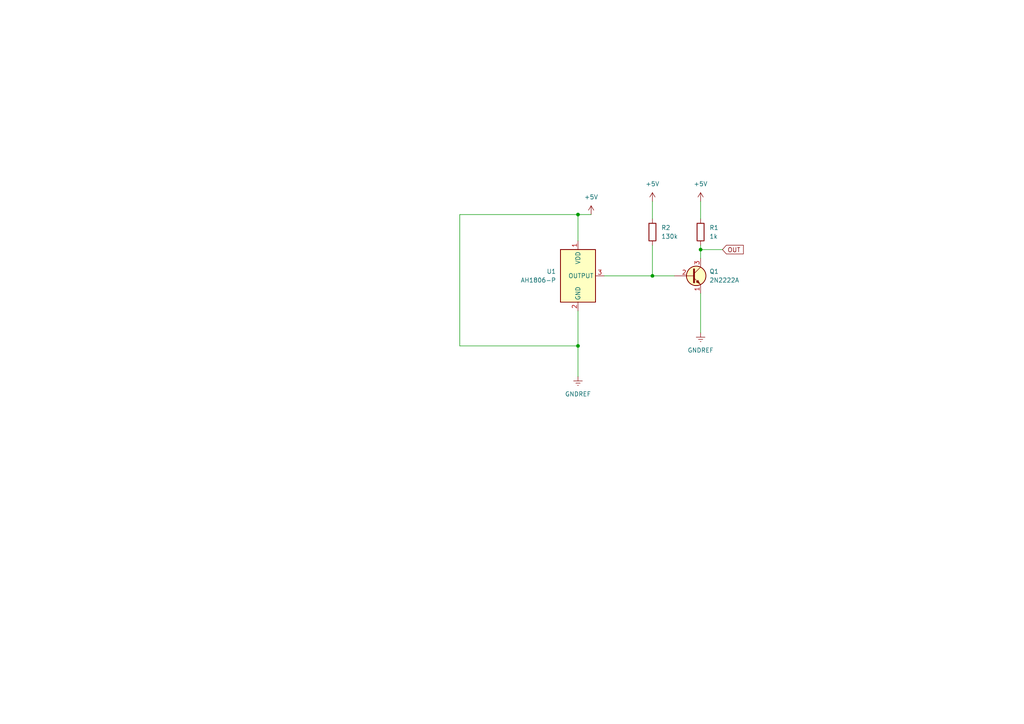
<source format=kicad_sch>
(kicad_sch (version 20230121) (generator eeschema)
  (paper "A4")
  (lib_symbols
    (symbol "Device:R" (pin_numbers hide) (pin_names (offset 0))
      (property "Reference" "R" (at 2.032 0 90))
      (property "Value" "R" (at 0 0 90))
      (symbol "R_0_1"
        (rectangle (start -1.016 -2.54) (end 1.016 2.54) (stroke (width 0.254)))
      )
      (symbol "R_1_1"
        (pin passive line (at 0 3.81 270) (length 1.27) (name "~") (number "1"))
        (pin passive line (at 0 -3.81 90) (length 1.27) (name "~") (number "2"))
      )
    )
    (symbol "PCM_Transistor_BJT_AKL:2N2222A" (pin_names hide)
      (property "Reference" "Q" (at 5.08 1.27 0))
      (property "Value" "2N2222A" (at 5.08 -1.27 0))
      (symbol "2N2222A_0_1"
        (polyline (pts (xy 0.635 0.635) (xy 2.54 2.54)))
        (polyline (pts (xy 0.635 -0.635) (xy 2.54 -2.54) (xy 2.54 -2.54)))
        (polyline (pts (xy 0.635 1.905) (xy 0.635 -1.905) (xy 0.635 -1.905)) (stroke (width 0.508)))
        (polyline (pts (xy 1.27 -1.778) (xy 1.778 -1.27) (xy 2.286 -2.286) (xy 1.27 -1.778) (xy 1.27 -1.778)) (fill (type outline)))
        (circle (center 1.27 0) (radius 2.8194) (stroke (width 0.254)) (fill (type background)))
      )
      (symbol "2N2222A_1_1"
        (pin passive line (at 2.54 -5.08 90) (length 2.54) (name "E") (number "1"))
        (pin passive line (at -5.08 0 0) (length 5.715) (name "B") (number "2"))
        (pin passive line (at 2.54 5.08 270) (length 2.54) (name "C") (number "3"))
      )
    )
    (symbol "Sensor_Magnetic:AH1806-P"
      (property "Reference" "U" (at -5.08 8.89 0))
      (property "Value" "AH1806-P" (at 7.62 8.89 0))
      (symbol "AH1806-P_0_1"
        (rectangle (start 5.08 7.62) (end -5.08 -7.62) (stroke (width 0.254)) (fill (type background)))
      )
      (symbol "AH1806-P_1_1"
        (pin power_in line (at 0 10.16 270) (length 2.54) (name "VDD") (number "1"))
        (pin power_in line (at 0 -10.16 90) (length 2.54) (name "GND") (number "2"))
        (pin open_collector line (at 7.62 0 180) (length 2.54) (name "OUTPUT") (number "3"))
      )
    )
    (symbol "power:+5V" (power) (pin_names (offset 0))
      (property "Value" "+5V" (at 0 3.556 0))
      (symbol "+5V_0_1"
        (polyline (pts (xy -0.762 1.27) (xy 0 2.54)))
        (polyline (pts (xy 0 0) (xy 0 2.54)))
        (polyline (pts (xy 0 2.54) (xy 0.762 1.27)))
      )
      (symbol "+5V_1_1"
        (pin power_in line (at 0 0 90) (length 0) hide (name "+5V") (number "1"))
      )
    )
    (symbol "power:GNDREF" (power) (pin_names (offset 0))
      (property "Value" "GNDREF" (at 0 -3.81 0))
      (symbol "GNDREF_0_1"
        (polyline (pts (xy -0.635 -1.905) (xy 0.635 -1.905)))
        (polyline (pts (xy -0.127 -2.54) (xy 0.127 -2.54)))
        (polyline (pts (xy 0 -1.27) (xy 0 0)))
        (polyline (pts (xy 1.27 -1.27) (xy -1.27 -1.27)))
      )
      (symbol "GNDREF_1_1"
        (pin power_in line (at 0 0 270) (length 0) hide (name "GNDREF") (number "1"))
      )
    )
  )
  (junction (at 203.2 72.39))
  (junction (at 167.64 62.23))
  (junction (at 189.23 80.01))
  (junction (at 167.64 100.33))
  (wire (pts (xy 167.64 90.17) (xy 167.64 100.33)))
  (wire (pts (xy 167.64 100.33) (xy 167.64 109.22)))
  (wire (pts (xy 133.35 62.23) (xy 133.35 100.33)))
  (wire (pts (xy 167.64 62.23) (xy 171.45 62.23)))
  (wire (pts (xy 167.64 100.33) (xy 133.35 100.33)))
  (wire (pts (xy 175.26 80.01) (xy 189.23 80.01)))
  (wire (pts (xy 203.2 85.09) (xy 203.2 96.52)))
  (wire (pts (xy 189.23 71.12) (xy 189.23 80.01)))
  (wire (pts (xy 167.64 69.85) (xy 167.64 62.23)))
  (wire (pts (xy 203.2 72.39) (xy 203.2 74.93)))
  (wire (pts (xy 203.2 58.42) (xy 203.2 63.5)))
  (wire (pts (xy 189.23 80.01) (xy 195.58 80.01)))
  (wire (pts (xy 203.2 71.12) (xy 203.2 72.39)))
  (wire (pts (xy 203.2 72.39) (xy 209.55 72.39)))
  (wire (pts (xy 189.23 58.42) (xy 189.23 63.5)))
  (wire (pts (xy 133.35 62.23) (xy 167.64 62.23)))
  (global_label "OUT" (shape input) (at 209.55 72.39 0) (property "Intersheetrefs" "${INTERSHEET_REFS}" (effects hide)))
  (symbol (lib_id "power:+5V") (at 203.2 58.42 0) (unit 1)
    (property "Reference" "#PWR04" (effects hide))
    (property "Value" "+5V" (at 203.2 53.34 0))
  )
  (symbol (lib_id "Sensor_Magnetic:AH1806-P") (at 167.64 80.01 0) (unit 1)
    (property "Reference" "U1" (at 161.29 78.74 0) (effects (justify right)))
    (property "Value" "AH1806-P" (at 161.29 81.28 0) (effects (justify right)))
    (property "Footprint" "Package_TO_SOT_THT:TO-92S" (effects hide))
    (property "Datasheet" "https://www.diodes.com/assets/Datasheets/AH1806.pdf" (effects hide))
  )
  (symbol (lib_id "power:+5V") (at 171.45 62.23 0) (unit 1)
    (property "Reference" "#PWR02" (effects hide))
    (property "Value" "+5V" (at 171.45 57.15 0))
  )
  (symbol (lib_id "power:GNDREF") (at 167.64 109.22 0) (unit 1)
    (property "Reference" "#PWR01" (effects hide))
    (property "Value" "GNDREF" (at 167.64 114.3 0))
  )
  (symbol (lib_id "Device:R") (at 203.2 67.31 0) (unit 1)
    (property "Reference" "R1" (at 205.74 66.04 0) (effects (justify left)))
    (property "Value" "1k" (at 205.74 68.58 0) (effects (justify left)))
    (property "Footprint" "PCM_Resistor_THT_US_AKL_Double:R_Axial_DIN0204_L3.6mm_D1.6mm_P7.62mm_Horizontal" (effects hide))
  )
  (symbol (lib_id "PCM_Transistor_BJT_AKL:2N2222A") (at 200.66 80.01 0) (unit 1)
    (property "Reference" "Q1" (at 205.74 78.74 0) (effects (justify left)))
    (property "Value" "2N2222A" (at 205.74 81.28 0) (effects (justify left)))
    (property "Footprint" "Package_TO_SOT_THT:TO-92_Inline_Horizontal2" (effects hide))
    (property "Datasheet" "https://www.st.com/resource/en/datasheet/cd00003223.pdf" (effects hide))
  )
  (symbol (lib_id "Device:R") (at 189.23 67.31 0) (unit 1)
    (property "Reference" "R2" (at 191.77 66.04 0) (effects (justify left)))
    (property "Value" "130k" (at 191.77 68.58 0) (effects (justify left)))
    (property "Footprint" "PCM_Resistor_THT_US_AKL_Double:R_Axial_DIN0204_L3.6mm_D1.6mm_P7.62mm_Horizontal" (effects hide))
  )
  (symbol (lib_id "power:+5V") (at 189.23 58.42 0) (unit 1)
    (property "Reference" "#PWR03" (effects hide))
    (property "Value" "+5V" (at 189.23 53.34 0))
  )
  (symbol (lib_id "power:GNDREF") (at 203.2 96.52 0) (unit 1)
    (property "Reference" "#PWR05" (effects hide))
    (property "Value" "GNDREF" (at 203.2 101.6 0))
  )
)
</source>
